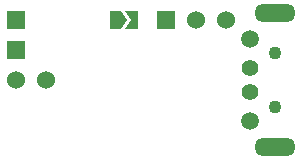
<source format=gbs>
G04 #@! TF.GenerationSoftware,KiCad,Pcbnew,(5.1.10-1-10_14)*
G04 #@! TF.CreationDate,2021-07-01T15:51:22+08:00*
G04 #@! TF.ProjectId,fst-01,6673742d-3031-42e6-9b69-6361645f7063,1.3*
G04 #@! TF.SameCoordinates,PX791ddc0PY5e69114*
G04 #@! TF.FileFunction,Soldermask,Bot*
G04 #@! TF.FilePolarity,Negative*
%FSLAX45Y45*%
G04 Gerber Fmt 4.5, Leading zero omitted, Abs format (unit mm)*
G04 Created by KiCad (PCBNEW (5.1.10-1-10_14)) date 2021-07-01 15:51:22*
%MOMM*%
%LPD*%
G01*
G04 APERTURE LIST*
%ADD10C,0.150000*%
%ADD11R,1.524000X1.524000*%
%ADD12C,1.524000*%
%ADD13O,3.500120X1.501140*%
%ADD14C,1.399540*%
%ADD15C,1.518920*%
%ADD16C,1.099820*%
G04 APERTURE END LIST*
D10*
G04 #@! TO.C,JP1*
G36*
X-59000Y433000D02*
G01*
X-174000Y433000D01*
X-124000Y508000D01*
X-174000Y583000D01*
X-59000Y583000D01*
X-59000Y433000D01*
G37*
G36*
X-154000Y508000D02*
G01*
X-204000Y433000D01*
X-304000Y433000D01*
X-304000Y583000D01*
X-204000Y583000D01*
X-154000Y508000D01*
G37*
G04 #@! TD*
D11*
G04 #@! TO.C,K1*
X177953Y507811D03*
D12*
X431953Y507811D03*
X685953Y507811D03*
G04 #@! TD*
G04 #@! TO.C,K3*
X-840220Y-1121D03*
X-1094220Y-1121D03*
G04 #@! TD*
D13*
G04 #@! TO.C,J1*
X1099058Y569976D03*
X1099058Y-569976D03*
D14*
X889000Y-100076D03*
X889000Y100076D03*
D15*
X889000Y-350012D03*
X889000Y350012D03*
D16*
X1099058Y-225044D03*
X1099058Y225044D03*
G04 #@! TD*
D11*
G04 #@! TO.C,K2*
X-1092979Y254000D03*
X-1092979Y508000D03*
G04 #@! TD*
M02*

</source>
